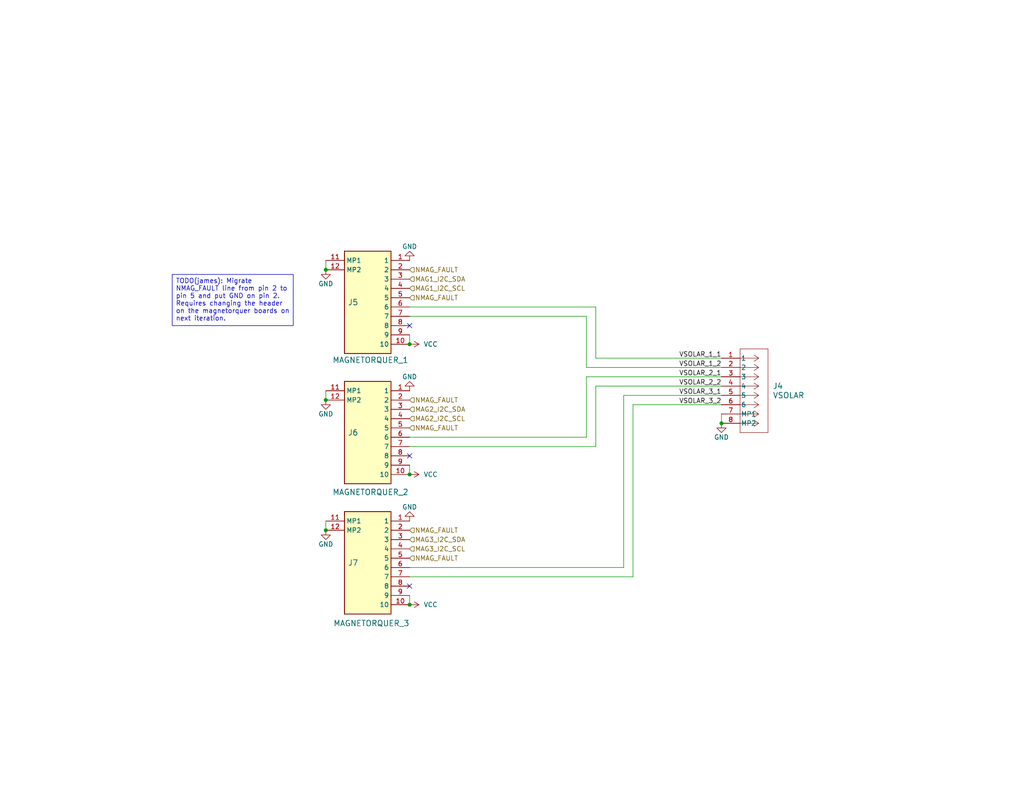
<source format=kicad_sch>
(kicad_sch (version 20231120) (generator "eeschema") (generator_version "8.0")
  (paper "USLetter")
  (lib_symbols
    (symbol "TVSC:Molex_504050-0691" (pin_names (offset 0.254))
      (property "Reference" "J" (at 13.97 -7.62 0))
      (property "Value" "Molex_504050-0691" (at 25.4 -10.16 0))
      (symbol "Molex_504050-0691_1_1"
        (polyline (pts (xy 5.08 -20.32) (xy 12.7 -20.32)) (stroke (width 0.127)))
        (polyline (pts (xy 5.08 2.54) (xy 5.08 -20.32)) (stroke (width 0.127)))
        (polyline (pts (xy 10.16 -17.78) (xy 5.08 -17.78)) (stroke (width 0.127)))
        (polyline (pts (xy 10.16 -17.78) (xy 8.89 -18.6267)) (stroke (width 0.127)))
        (polyline (pts (xy 10.16 -17.78) (xy 8.89 -16.9333)) (stroke (width 0.127)))
        (polyline (pts (xy 10.16 -15.24) (xy 5.08 -15.24)) (stroke (width 0.127)))
        (polyline (pts (xy 10.16 -15.24) (xy 8.89 -16.0867)) (stroke (width 0.127)))
        (polyline (pts (xy 10.16 -15.24) (xy 8.89 -14.3933)) (stroke (width 0.127)))
        (polyline (pts (xy 10.16 -12.7) (xy 5.08 -12.7)) (stroke (width 0.127)))
        (polyline (pts (xy 10.16 -12.7) (xy 8.89 -13.5467)) (stroke (width 0.127)))
        (polyline (pts (xy 10.16 -12.7) (xy 8.89 -11.8533)) (stroke (width 0.127)))
        (polyline (pts (xy 10.16 -10.16) (xy 5.08 -10.16)) (stroke (width 0.127)))
        (polyline (pts (xy 10.16 -10.16) (xy 8.89 -11.0067)) (stroke (width 0.127)))
        (polyline (pts (xy 10.16 -10.16) (xy 8.89 -9.3133)) (stroke (width 0.127)))
        (polyline (pts (xy 10.16 -7.62) (xy 5.08 -7.62)) (stroke (width 0.127)))
        (polyline (pts (xy 10.16 -7.62) (xy 8.89 -8.4667)) (stroke (width 0.127)))
        (polyline (pts (xy 10.16 -7.62) (xy 8.89 -6.7733)) (stroke (width 0.127)))
        (polyline (pts (xy 10.16 -5.08) (xy 5.08 -5.08)) (stroke (width 0.127)))
        (polyline (pts (xy 10.16 -5.08) (xy 8.89 -5.9267)) (stroke (width 0.127)))
        (polyline (pts (xy 10.16 -5.08) (xy 8.89 -4.2333)) (stroke (width 0.127)))
        (polyline (pts (xy 10.16 -2.54) (xy 5.08 -2.54)) (stroke (width 0.127)))
        (polyline (pts (xy 10.16 -2.54) (xy 8.89 -3.3867)) (stroke (width 0.127)))
        (polyline (pts (xy 10.16 -2.54) (xy 8.89 -1.6933)) (stroke (width 0.127)))
        (polyline (pts (xy 10.16 0) (xy 5.08 0)) (stroke (width 0.127)))
        (polyline (pts (xy 10.16 0) (xy 8.89 -0.8467)) (stroke (width 0.127)))
        (polyline (pts (xy 10.16 0) (xy 8.89 0.8467)) (stroke (width 0.127)))
        (polyline (pts (xy 12.7 -20.32) (xy 12.7 2.54)) (stroke (width 0.127)))
        (polyline (pts (xy 12.7 2.54) (xy 5.08 2.54)) (stroke (width 0.127)))
        (pin passive line (at 0 0 0) (length 5.08) (name "1") (number "1"))
        (pin passive line (at 0 -2.54 0) (length 5.08) (name "2") (number "2"))
        (pin passive line (at 0 -5.08 0) (length 5.08) (name "3") (number "3"))
        (pin passive line (at 0 -7.62 0) (length 5.08) (name "4") (number "4"))
        (pin passive line (at 0 -10.16 0) (length 5.08) (name "5") (number "5"))
        (pin passive line (at 0 -12.7 0) (length 5.08) (name "6") (number "6"))
        (pin power_in line (at 0 -15.24 0) (length 5.08) (name "MP1") (number "7"))
        (pin power_in line (at 0 -17.78 0) (length 5.08) (name "MP2") (number "8"))
      )
      (symbol "Molex_504050-0691_1_2"
        (polyline (pts (xy 5.08 -20.32) (xy 12.7 -20.32)) (stroke (width 0.127)))
        (polyline (pts (xy 5.08 2.54) (xy 5.08 -20.32)) (stroke (width 0.127)))
        (polyline (pts (xy 7.62 -17.78) (xy 5.08 -17.78)) (stroke (width 0.127)))
        (polyline (pts (xy 7.62 -17.78) (xy 8.89 -18.6267)) (stroke (width 0.127)))
        (polyline (pts (xy 7.62 -17.78) (xy 8.89 -16.9333)) (stroke (width 0.127)))
        (polyline (pts (xy 7.62 -15.24) (xy 5.08 -15.24)) (stroke (width 0.127)))
        (polyline (pts (xy 7.62 -15.24) (xy 8.89 -16.0867)) (stroke (width 0.127)))
        (polyline (pts (xy 7.62 -15.24) (xy 8.89 -14.3933)) (stroke (width 0.127)))
        (polyline (pts (xy 7.62 -12.7) (xy 5.08 -12.7)) (stroke (width 0.127)))
        (polyline (pts (xy 7.62 -12.7) (xy 8.89 -13.5467)) (stroke (width 0.127)))
        (polyline (pts (xy 7.62 -12.7) (xy 8.89 -11.8533)) (stroke (width 0.127)))
        (polyline (pts (xy 7.62 -10.16) (xy 5.08 -10.16)) (stroke (width 0.127)))
        (polyline (pts (xy 7.62 -10.16) (xy 8.89 -11.0067)) (stroke (width 0.127)))
        (polyline (pts (xy 7.62 -10.16) (xy 8.89 -9.3133)) (stroke (width 0.127)))
        (polyline (pts (xy 7.62 -7.62) (xy 5.08 -7.62)) (stroke (width 0.127)))
        (polyline (pts (xy 7.62 -7.62) (xy 8.89 -8.4667)) (stroke (width 0.127)))
        (polyline (pts (xy 7.62 -7.62) (xy 8.89 -6.7733)) (stroke (width 0.127)))
        (polyline (pts (xy 7.62 -5.08) (xy 5.08 -5.08)) (stroke (width 0.127)))
        (polyline (pts (xy 7.62 -5.08) (xy 8.89 -5.9267)) (stroke (width 0.127)))
        (polyline (pts (xy 7.62 -5.08) (xy 8.89 -4.2333)) (stroke (width 0.127)))
        (polyline (pts (xy 7.62 -2.54) (xy 5.08 -2.54)) (stroke (width 0.127)))
        (polyline (pts (xy 7.62 -2.54) (xy 8.89 -3.3867)) (stroke (width 0.127)))
        (polyline (pts (xy 7.62 -2.54) (xy 8.89 -1.6933)) (stroke (width 0.127)))
        (polyline (pts (xy 7.62 0) (xy 5.08 0)) (stroke (width 0.127)))
        (polyline (pts (xy 7.62 0) (xy 8.89 -0.8467)) (stroke (width 0.127)))
        (polyline (pts (xy 7.62 0) (xy 8.89 0.8467)) (stroke (width 0.127)))
        (polyline (pts (xy 12.7 -20.32) (xy 12.7 2.54)) (stroke (width 0.127)))
        (polyline (pts (xy 12.7 2.54) (xy 5.08 2.54)) (stroke (width 0.127)))
        (pin unspecified line (at 0 0 0) (length 5.08) (name "1") (number "1"))
        (pin unspecified line (at 0 -2.54 0) (length 5.08) (name "2") (number "2"))
        (pin unspecified line (at 0 -5.08 0) (length 5.08) (name "3") (number "3"))
        (pin unspecified line (at 0 -7.62 0) (length 5.08) (name "4") (number "4"))
        (pin unspecified line (at 0 -10.16 0) (length 5.08) (name "5") (number "5"))
        (pin unspecified line (at 0 -12.7 0) (length 5.08) (name "6") (number "6"))
        (pin unspecified line (at 0 -15.24 0) (length 5.08) (name "7") (number "7"))
        (pin unspecified line (at 0 -17.78 0) (length 5.08) (name "8") (number "8"))
      )
    )
    (symbol "TVSC:Molex_504050-1091"
      (property "Reference" "J" (at 5.08 7.62 0))
      (property "Value" "Molex_504050-1091" (at 5.08 5.08 0))
      (property "MPN" "C5375652" (at 17.78 -26.67 0))
      (symbol "Molex_504050-1091_1_1"
        (rectangle (start 5.08 2.54) (end 17.78 -25.4) (stroke (width 0.254)) (fill (type background)))
        (pin passive line (at 0 0 0) (length 5.08) (name "1") (number "1"))
        (pin passive line (at 0 -22.86 0) (length 5.08) (name "10") (number "10"))
        (pin passive line (at 22.86 0 180) (length 5.08) (name "MP1") (number "11"))
        (pin passive line (at 22.86 -2.54 180) (length 5.08) (name "MP2") (number "12"))
        (pin passive line (at 0 -2.54 0) (length 5.08) (name "2") (number "2"))
        (pin passive line (at 0 -5.08 0) (length 5.08) (name "3") (number "3"))
        (pin passive line (at 0 -7.62 0) (length 5.08) (name "4") (number "4"))
        (pin passive line (at 0 -10.16 0) (length 5.08) (name "5") (number "5"))
        (pin passive line (at 0 -12.7 0) (length 5.08) (name "6") (number "6"))
        (pin passive line (at 0 -15.24 0) (length 5.08) (name "7") (number "7"))
        (pin passive line (at 0 -17.78 0) (length 5.08) (name "8") (number "8"))
        (pin passive line (at 0 -20.32 0) (length 5.08) (name "9") (number "9"))
      )
    )
    (symbol "power:GND" (power) (pin_numbers hide) (pin_names (offset 0) hide)
      (property "Value" "GND" (at 0 -3.81 0))
      (symbol "GND_0_1"
        (polyline (pts (xy 0 0) (xy 0 -1.27) (xy 1.27 -1.27) (xy 0 -2.54) (xy -1.27 -1.27) (xy 0 -1.27)))
      )
      (symbol "GND_1_1"
        (pin power_in line (at 0 0 270) (length 0) (name "~") (number "1"))
      )
    )
    (symbol "power:VCC" (power) (pin_numbers hide) (pin_names (offset 0) hide)
      (property "Value" "VCC" (at 0 3.556 0))
      (symbol "VCC_0_1"
        (polyline (pts (xy -0.762 1.27) (xy 0 2.54)))
        (polyline (pts (xy 0 0) (xy 0 2.54)))
        (polyline (pts (xy 0 2.54) (xy 0.762 1.27)))
      )
      (symbol "VCC_1_1"
        (pin power_in line (at 0 0 90) (length 0) (name "~") (number "1"))
      )
    )
  )
  (junction (at 111.76 165.1))
  (junction (at 196.85 115.57))
  (junction (at 88.9 73.66))
  (junction (at 111.76 129.54))
  (junction (at 88.9 144.78))
  (junction (at 88.9 109.22))
  (junction (at 111.76 93.98))
  (no_connect (at 111.76 124.46))
  (no_connect (at 111.76 160.02))
  (no_connect (at 111.76 88.9))
  (wire (pts (xy 160.02 102.87) (xy 196.85 102.87)))
  (wire (pts (xy 111.76 83.82) (xy 162.56 83.82)))
  (wire (pts (xy 162.56 83.82) (xy 162.56 97.79)))
  (wire (pts (xy 111.76 127) (xy 111.76 129.54)))
  (wire (pts (xy 160.02 119.38) (xy 111.76 119.38)))
  (wire (pts (xy 196.85 113.03) (xy 196.85 115.57)))
  (wire (pts (xy 160.02 86.36) (xy 160.02 100.33)))
  (wire (pts (xy 172.72 157.48) (xy 172.72 110.49)))
  (wire (pts (xy 111.76 86.36) (xy 160.02 86.36)))
  (wire (pts (xy 170.18 107.95) (xy 196.85 107.95)))
  (wire (pts (xy 88.9 142.24) (xy 88.9 144.78)))
  (wire (pts (xy 162.56 97.79) (xy 196.85 97.79)))
  (wire (pts (xy 111.76 162.56) (xy 111.76 165.1)))
  (wire (pts (xy 111.76 154.94) (xy 170.18 154.94)))
  (wire (pts (xy 111.76 157.48) (xy 172.72 157.48)))
  (wire (pts (xy 162.56 105.41) (xy 196.85 105.41)))
  (wire (pts (xy 111.76 91.44) (xy 111.76 93.98)))
  (wire (pts (xy 162.56 105.41) (xy 162.56 121.92)))
  (wire (pts (xy 160.02 102.87) (xy 160.02 119.38)))
  (wire (pts (xy 88.9 106.68) (xy 88.9 109.22)))
  (wire (pts (xy 170.18 154.94) (xy 170.18 107.95)))
  (wire (pts (xy 160.02 100.33) (xy 196.85 100.33)))
  (wire (pts (xy 88.9 71.12) (xy 88.9 73.66)))
  (wire (pts (xy 162.56 121.92) (xy 111.76 121.92)))
  (wire (pts (xy 172.72 110.49) (xy 196.85 110.49)))
  (text_box "TODO(james): Migrate NMAG_FAULT line from pin 2 to pin 5 and put GND on pin 2. Requires changing the header on the magnetorquer boards on next iteration." (at 46.99 74.93 0) (size 33.02 13.97) (effects (font (size 1.27 1.27)) (justify left top)))
  (label "VSOLAR_3_2" (at 196.85 110.49 180))
  (label "VSOLAR_1_2" (at 196.85 100.33 180))
  (label "VSOLAR_3_1" (at 196.85 107.95 180))
  (label "VSOLAR_1_1" (at 196.85 97.79 180))
  (label "VSOLAR_2_1" (at 196.85 102.87 180))
  (label "VSOLAR_2_2" (at 196.85 105.41 180))
  (hierarchical_label "MAG3_I2C_SCL" (shape input) (at 111.76 149.86 0))
  (hierarchical_label "NMAG_FAULT" (shape input) (at 111.76 144.78 0))
  (hierarchical_label "NMAG_FAULT" (shape input) (at 111.76 152.4 0))
  (hierarchical_label "NMAG_FAULT" (shape input) (at 111.76 73.66 0))
  (hierarchical_label "NMAG_FAULT" (shape input) (at 111.76 116.84 0))
  (hierarchical_label "NMAG_FAULT" (shape input) (at 111.76 109.22 0))
  (hierarchical_label "MAG3_I2C_SDA" (shape input) (at 111.76 147.32 0))
  (hierarchical_label "MAG2_I2C_SCL" (shape input) (at 111.76 114.3 0))
  (hierarchical_label "MAG2_I2C_SDA" (shape input) (at 111.76 111.76 0))
  (hierarchical_label "MAG1_I2C_SCL" (shape input) (at 111.76 78.74 0))
  (hierarchical_label "MAG1_I2C_SDA" (shape input) (at 111.76 76.2 0))
  (hierarchical_label "NMAG_FAULT" (shape input) (at 111.76 81.28 0))
  (symbol (lib_id "power:GND") (at 196.85 115.57 0) (mirror y) (unit 1)
    (property "Reference" "#PWR54" (effects (hide yes)))
    (property "Value" "GND" (at 196.85 119.38 0))
  )
  (symbol (lib_id "power:GND") (at 88.9 109.22 0) (mirror y) (unit 1)
    (property "Reference" "#PWR81" (effects (hide yes)))
    (property "Value" "GND" (at 88.9 113.03 0))
  )
  (symbol (lib_id "power:GND") (at 88.9 144.78 0) (mirror y) (unit 1)
    (property "Reference" "#PWR80" (effects (hide yes)))
    (property "Value" "GND" (at 88.9 148.59 0))
  )
  (symbol (lib_id "TVSC:Molex_504050-1091") (at 111.76 106.68 0) (mirror y) (unit 1)
    (property "Reference" "J6" (at 97.79 118.11 0) (effects (font (size 1.524 1.524)) (justify left)))
    (property "Value" "MAGNETORQUER_2" (at 101.092 134.366 0) (effects (font (size 1.524 1.524))))
    (property "Footprint" "footprints:Molex_504050-1091" (effects (hide yes)))
    (property "Datasheet" "https://datasheet.datasheetarchive.com/originals/distributors/Datasheets_SAMA/78973205e9f4d17ddd54ea229574413e.pdf" (effects (hide yes)))
    (property "MPN" "C5375652" (effects (hide yes)))
    (property "Manufacturer" "Molex" (effects (hide yes)))
    (property "Manufacturer Part Number" "504050-1091" (effects (hide yes)))
    (property "Active" "Y" (effects (hide yes)))
    (property "Basic or Extended Component" "Extended" (effects (hide yes)))
  )
  (symbol (lib_id "power:VCC") (at 111.76 165.1 270) (unit 1)
    (property "Reference" "#PWR85" (effects (hide yes)))
    (property "Value" "VCC" (at 115.57 165.1 90) (effects (justify left)))
  )
  (symbol (lib_id "TVSC:Molex_504050-1091") (at 111.76 142.24 0) (mirror y) (unit 1)
    (property "Reference" "J7" (at 97.79 153.67 0) (effects (font (size 1.524 1.524)) (justify left)))
    (property "Value" "MAGNETORQUER_3" (at 101.346 170.18 0) (effects (font (size 1.524 1.524))))
    (property "Footprint" "footprints:Molex_504050-1091" (effects (hide yes)))
    (property "Datasheet" "https://datasheet.datasheetarchive.com/originals/distributors/Datasheets_SAMA/78973205e9f4d17ddd54ea229574413e.pdf" (effects (hide yes)))
    (property "MPN" "C5375652" (effects (hide yes)))
    (property "Manufacturer" "Molex" (effects (hide yes)))
    (property "Manufacturer Part Number" "504050-1091" (effects (hide yes)))
    (property "Active" "Y" (effects (hide yes)))
    (property "Basic or Extended Component" "Extended" (effects (hide yes)))
  )
  (symbol (lib_id "TVSC:Molex_504050-1091") (at 111.76 71.12 0) (mirror y) (unit 1)
    (property "Reference" "J5" (at 97.79 82.55 0) (effects (font (size 1.524 1.524)) (justify left)))
    (property "Value" "MAGNETORQUER_1" (at 101.092 98.298 0) (effects (font (size 1.524 1.524))))
    (property "Footprint" "footprints:Molex_504050-1091" (effects (hide yes)))
    (property "Datasheet" "https://datasheet.datasheetarchive.com/originals/distributors/Datasheets_SAMA/78973205e9f4d17ddd54ea229574413e.pdf" (effects (hide yes)))
    (property "MPN" "C5375652" (effects (hide yes)))
    (property "Manufacturer" "Molex" (effects (hide yes)))
    (property "Manufacturer Part Number" "504050-1091" (effects (hide yes)))
    (property "Active" "Y" (effects (hide yes)))
    (property "Basic or Extended Component" "Extended" (effects (hide yes)))
  )
  (symbol (lib_id "power:GND") (at 111.76 142.24 0) (mirror x) (unit 1)
    (property "Reference" "#PWR84" (effects (hide yes)))
    (property "Value" "GND" (at 111.76 138.43 0))
  )
  (symbol (lib_id "power:GND") (at 111.76 71.12 0) (mirror x) (unit 1)
    (property "Reference" "#PWR82" (effects (hide yes)))
    (property "Value" "GND" (at 111.76 67.31 0))
  )
  (symbol (lib_id "power:VCC") (at 111.76 93.98 270) (unit 1)
    (property "Reference" "#PWR83" (effects (hide yes)))
    (property "Value" "VCC" (at 115.57 93.98 90) (effects (justify left)))
  )
  (symbol (lib_id "TVSC:Molex_504050-0691") (at 196.85 97.79 0) (unit 1)
    (property "Reference" "J4" (at 210.82 105.4099 0) (effects (font (size 1.524 1.524)) (justify left)))
    (property "Value" "VSOLAR" (at 210.82 107.9499 0) (effects (font (size 1.524 1.524)) (justify left)))
    (property "Footprint" "footprints:Molex_504050-0691" (effects (hide yes)))
    (property "Datasheet" "https://www.molex.com/en-us/products/part-detail/5040500691" (effects (hide yes)))
    (property "Description" "6-pin Pico-Lock Header" (effects (hide yes)))
    (property "Manufacturer" "Molex" (effects (hide yes)))
    (property "Manufacturer Part Number" "504050-0691" (effects (hide yes)))
    (property "MPN" "C563981" (effects (hide yes)))
  )
  (symbol (lib_id "power:GND") (at 88.9 73.66 0) (mirror y) (unit 1)
    (property "Reference" "#PWR79" (effects (hide yes)))
    (property "Value" "GND" (at 88.9 77.47 0))
  )
  (symbol (lib_id "power:GND") (at 111.76 106.68 0) (mirror x) (unit 1)
    (property "Reference" "#PWR86" (effects (hide yes)))
    (property "Value" "GND" (at 111.76 102.87 0))
  )
  (symbol (lib_id "power:VCC") (at 111.76 129.54 270) (unit 1)
    (property "Reference" "#PWR87" (effects (hide yes)))
    (property "Value" "VCC" (at 115.57 129.54 90) (effects (justify left)))
  )
)
</source>
